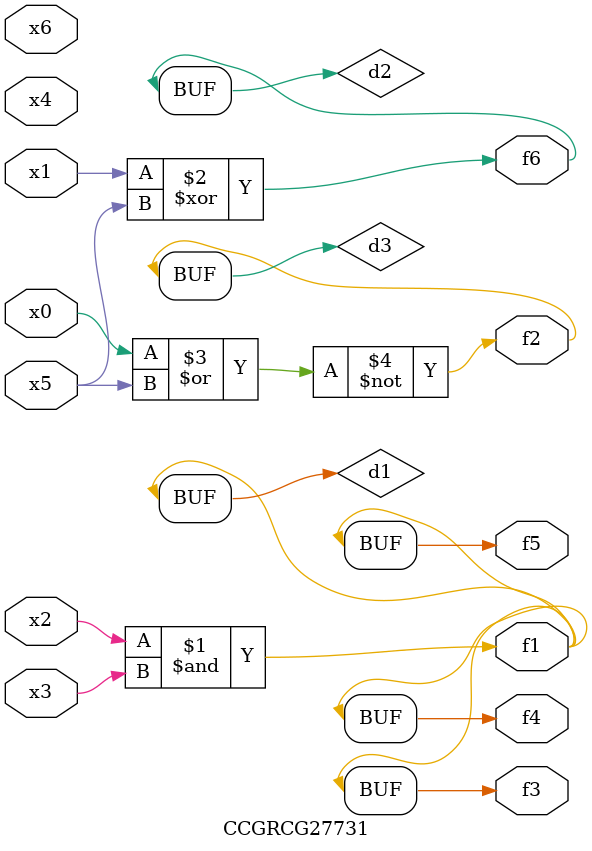
<source format=v>
module CCGRCG27731(
	input x0, x1, x2, x3, x4, x5, x6,
	output f1, f2, f3, f4, f5, f6
);

	wire d1, d2, d3;

	and (d1, x2, x3);
	xor (d2, x1, x5);
	nor (d3, x0, x5);
	assign f1 = d1;
	assign f2 = d3;
	assign f3 = d1;
	assign f4 = d1;
	assign f5 = d1;
	assign f6 = d2;
endmodule

</source>
